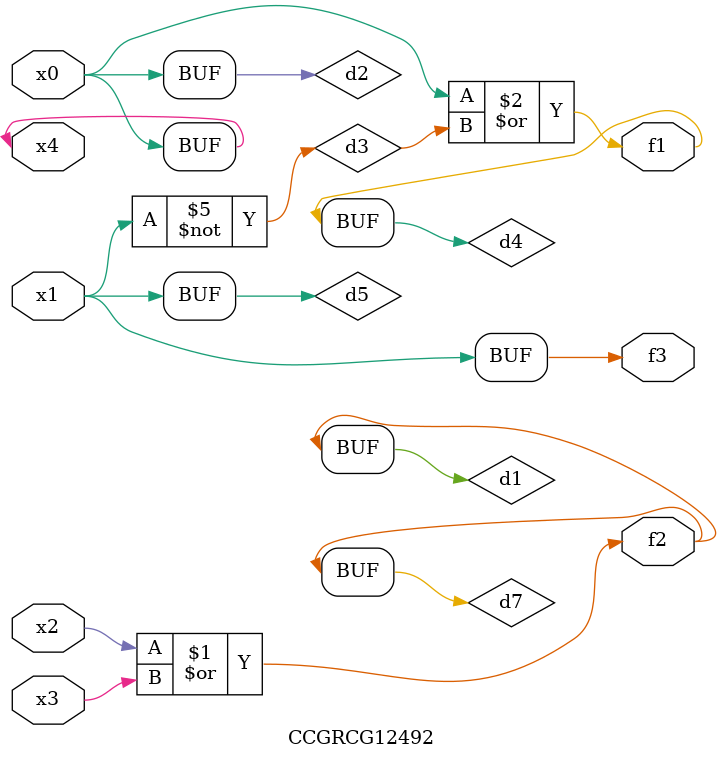
<source format=v>
module CCGRCG12492(
	input x0, x1, x2, x3, x4,
	output f1, f2, f3
);

	wire d1, d2, d3, d4, d5, d6, d7;

	or (d1, x2, x3);
	buf (d2, x0, x4);
	not (d3, x1);
	or (d4, d2, d3);
	not (d5, d3);
	nand (d6, d1, d3);
	or (d7, d1);
	assign f1 = d4;
	assign f2 = d7;
	assign f3 = d5;
endmodule

</source>
